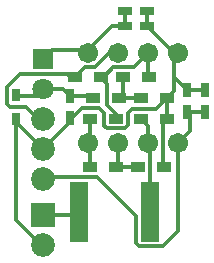
<source format=gbr>
G04 #@! TF.FileFunction,Copper,L2,Bot,Signal*
%FSLAX45Y45*%
G04 Gerber Fmt 4.5, Leading zero omitted, Abs format (unit mm)*
G04 Created by KiCad (PCBNEW 4.0.7) date 08/11/18 21:21:29*
%MOMM*%
%LPD*%
G01*
G04 APERTURE LIST*
%ADD10C,0.100000*%
%ADD11C,1.716000*%
%ADD12R,1.700000X1.700000*%
%ADD13C,1.800000*%
%ADD14C,2.016000*%
%ADD15R,0.750000X1.100000*%
%ADD16R,1.200000X0.750000*%
%ADD17R,0.750000X1.200000*%
%ADD18R,1.500000X5.100000*%
%ADD19R,2.016000X2.016000*%
%ADD20R,1.200000X0.900000*%
%ADD21C,0.304800*%
G04 APERTURE END LIST*
D10*
D11*
X19278600Y-10388600D03*
X19532600Y-10388600D03*
X19786600Y-10388600D03*
X20040600Y-10388600D03*
X20040600Y-9626600D03*
X19786600Y-9626600D03*
X19532600Y-9626600D03*
X19278600Y-9626600D03*
D12*
X18897600Y-9677400D03*
D13*
X18897600Y-9931400D03*
D14*
X18897600Y-10185400D03*
X18897600Y-10439400D03*
X18897600Y-10693400D03*
D15*
X18669000Y-9983800D03*
X18669000Y-10183800D03*
D16*
X19590000Y-9398000D03*
X19780000Y-9398000D03*
X19590000Y-9271000D03*
X19780000Y-9271000D03*
D17*
X19126200Y-9988800D03*
X19126200Y-10178800D03*
X20116800Y-10128000D03*
X20116800Y-9938000D03*
X20269200Y-10128000D03*
X20269200Y-9938000D03*
D18*
X19807200Y-10972800D03*
X19207200Y-10972800D03*
D19*
X18897600Y-10998200D03*
D14*
X18897600Y-11252200D03*
D20*
X19727400Y-10185400D03*
X19947400Y-10185400D03*
X19295600Y-10591800D03*
X19515600Y-10591800D03*
X19702000Y-10591800D03*
X19922000Y-10591800D03*
X19321000Y-10007600D03*
X19541000Y-10007600D03*
X19727400Y-10007600D03*
X19947400Y-10007600D03*
X19295600Y-10185400D03*
X19515600Y-10185400D03*
X19575000Y-9829800D03*
X19795000Y-9829800D03*
X19388600Y-9829800D03*
X19168600Y-9829800D03*
D21*
X19590000Y-9271000D02*
X19590000Y-9398000D01*
X19590000Y-9398000D02*
X19481800Y-9398000D01*
X19481800Y-9398000D02*
X19278600Y-9601200D01*
X19278600Y-9601200D02*
X18973800Y-9601200D01*
X18973800Y-9601200D02*
X18897600Y-9677400D01*
X18897600Y-11252200D02*
X18879820Y-11252200D01*
X18879820Y-11252200D02*
X18669000Y-11041380D01*
X18669000Y-11041380D02*
X18669000Y-10183800D01*
X19375120Y-10091420D02*
X19418300Y-10134600D01*
X19230340Y-10091420D02*
X19375120Y-10091420D01*
X19142960Y-10178800D02*
X19230340Y-10091420D01*
X19853420Y-10101580D02*
X19947400Y-10007600D01*
X19654520Y-10101580D02*
X19853420Y-10101580D01*
X19621500Y-10134600D02*
X19654520Y-10101580D01*
X19621500Y-10236200D02*
X19621500Y-10134600D01*
X19591020Y-10266680D02*
X19621500Y-10236200D01*
X19441160Y-10266680D02*
X19591020Y-10266680D01*
X19418300Y-10243820D02*
X19441160Y-10266680D01*
X19418300Y-10134600D02*
X19418300Y-10243820D01*
X19126200Y-10178800D02*
X19142960Y-10178800D01*
X18669000Y-10178800D02*
X18669000Y-10210800D01*
X18669000Y-10210800D02*
X18897600Y-10439400D01*
X19126200Y-10178800D02*
X19126200Y-10210800D01*
X19126200Y-10210800D02*
X18897600Y-10439400D01*
X19947400Y-10007600D02*
X19947400Y-10185400D01*
X19947400Y-10185400D02*
X19913600Y-10219200D01*
X19913600Y-10219200D02*
X19913600Y-10583400D01*
X19913600Y-10583400D02*
X19922000Y-10591800D01*
X20269200Y-9938000D02*
X20116800Y-9938000D01*
X20116800Y-9938000D02*
X20008600Y-9829800D01*
X20008600Y-9829800D02*
X20008600Y-9848600D01*
X20008600Y-9848600D02*
X20015200Y-9855200D01*
X20015200Y-9855200D02*
X20008600Y-9855200D01*
X19780000Y-9271000D02*
X19780000Y-9398000D01*
X19780000Y-9398000D02*
X20008600Y-9626600D01*
X20008600Y-9626600D02*
X20008600Y-9855200D01*
X20008600Y-9855200D02*
X20008600Y-9946400D01*
X20008600Y-9946400D02*
X19947400Y-10007600D01*
X18897600Y-9931400D02*
X19068800Y-9931400D01*
X19068800Y-9931400D02*
X19126200Y-9988800D01*
X18669000Y-9988800D02*
X18840200Y-9988800D01*
X18840200Y-9988800D02*
X18897600Y-9931400D01*
X19126200Y-9988800D02*
X19302200Y-9988800D01*
X19302200Y-9988800D02*
X19321000Y-10007600D01*
X18897600Y-10693400D02*
X18973800Y-10693400D01*
X18973800Y-10693400D02*
X18986500Y-10680700D01*
X18986500Y-10680700D02*
X19354800Y-10680700D01*
X19354800Y-10680700D02*
X19685000Y-11010900D01*
X19685000Y-11010900D02*
X19685000Y-11239500D01*
X19685000Y-11239500D02*
X19710400Y-11264900D01*
X19710400Y-11264900D02*
X19913600Y-11264900D01*
X19913600Y-11264900D02*
X20040600Y-11137900D01*
X20040600Y-11137900D02*
X20040600Y-10388600D01*
X20269200Y-10128000D02*
X20116800Y-10128000D01*
X20116800Y-10128000D02*
X20142200Y-10153400D01*
X20142200Y-10153400D02*
X20142200Y-10287000D01*
X20142200Y-10287000D02*
X20040600Y-10388600D01*
X19786600Y-10388600D02*
X19786600Y-10244600D01*
X19786600Y-10244600D02*
X19727400Y-10185400D01*
X19807200Y-10972800D02*
X19807200Y-10409200D01*
X19807200Y-10409200D02*
X19786600Y-10388600D01*
X18897600Y-10998200D02*
X19181800Y-10998200D01*
X19181800Y-10998200D02*
X19207200Y-10972800D01*
X18757900Y-9801860D02*
X18780760Y-9801860D01*
X18704560Y-9801860D02*
X18757900Y-9801860D01*
X18592800Y-9913620D02*
X18704560Y-9801860D01*
X18592800Y-10058400D02*
X18592800Y-9913620D01*
X18618200Y-10083800D02*
X18592800Y-10058400D01*
X18750280Y-10083800D02*
X18618200Y-10083800D01*
X18851880Y-10185400D02*
X18750280Y-10083800D01*
X19100800Y-9801860D02*
X19128740Y-9829800D01*
X19077940Y-9801860D02*
X19100800Y-9801860D01*
X18780760Y-9801860D02*
X19077940Y-9801860D01*
X19128740Y-9829800D02*
X19168600Y-9829800D01*
X18897600Y-10185400D02*
X18851880Y-10185400D01*
X19532600Y-9626600D02*
X19456400Y-9626600D01*
X19456400Y-9626600D02*
X19334480Y-9748520D01*
X19334480Y-9748520D02*
X19249880Y-9748520D01*
X19249880Y-9748520D02*
X19168600Y-9829800D01*
X19295600Y-10185400D02*
X19295600Y-10371600D01*
X19295600Y-10371600D02*
X19278600Y-10388600D01*
X19295600Y-10591800D02*
X19295600Y-10405600D01*
X19295600Y-10405600D02*
X19278600Y-10388600D01*
X19702000Y-10591800D02*
X19515600Y-10591800D01*
X19515600Y-10591800D02*
X19532600Y-10574800D01*
X19532600Y-10574800D02*
X19532600Y-10388600D01*
X19727400Y-10007600D02*
X19541000Y-10007600D01*
X19541000Y-10007600D02*
X19575000Y-9973600D01*
X19575000Y-9973600D02*
X19575000Y-9829800D01*
X19388600Y-9829800D02*
X19388600Y-9838200D01*
X19388600Y-9838200D02*
X19443700Y-9893300D01*
X19443700Y-10068560D02*
X19515600Y-10140460D01*
X19443700Y-9893300D02*
X19443700Y-10068560D01*
X19515600Y-10140460D02*
X19515600Y-10185400D01*
X19388600Y-9829800D02*
X19410680Y-9829800D01*
X19410680Y-9829800D02*
X19491960Y-9748520D01*
X19664680Y-9748520D02*
X19786600Y-9626600D01*
X19491960Y-9748520D02*
X19664680Y-9748520D01*
X19786600Y-9626600D02*
X19786600Y-9821400D01*
X19786600Y-9821400D02*
X19795000Y-9829800D01*
M02*

</source>
